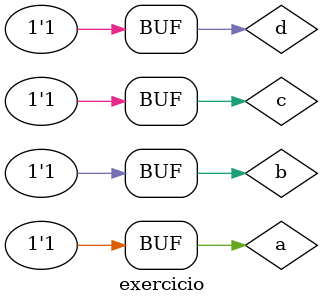
<source format=v>
/* Exercicio 09
** Wadson Gomes Ferreira
** 460631
** Tabela-verdade AND 4 entradas usando modulos de 2 entradas
*/

module twoAND(output s, input x, input y);
       assign s = x & y;
endmodule

module fourAND(output s, input x, input y, input w, input z);
       wire k,l,m;
       twoAND T1(k,x,y);
       twoAND T2(l,w,z);
       twoAND T3(m,k,l);
       assign s = m;
endmodule

module exercicio;
       reg a,b,c,d;
       wire s;
       fourAND T4(s,a,b,c,d);
       initial begin
               #1 a=0; b=0; c=0; d=0;
               #1
                 $display("Exercicio09 - Wadson Gomes Ferreira - 460631");
                 $display("Tabela-Verdade AND 4 entradas usando modulo de 2 entradas");
                 $monitor("a=%b , b=%b, c=%b, d=%b => %b",a,b,c,d,s);
               #1 a=0; b=0; c=0; d=1;
               #1 a=0; b=0; c=1; d=0;
               #1 a=0; b=0; c=1; d=0;
               #1 a=0; b=1; c=0; d=0;
               #1 a=0; b=1; c=0; d=1;
               #1 a=0; b=1; c=1; d=0;
               #1 a=0; b=1; c=1; d=1;
               #1 a=1; b=0; c=0; d=0;
               #1 a=1; b=0; c=0; d=1;
               #1 a=1; b=0; c=1; d=0;
               #1 a=1; b=0; c=1; d=1;
               #1 a=1; b=1; c=0; d=0;
               #1 a=1; b=1; c=0; d=1;
               #1 a=1; b=1; c=1; d=0;
               #1 a=1; b=1; c=1; d=1;
       end
endmodule
</source>
